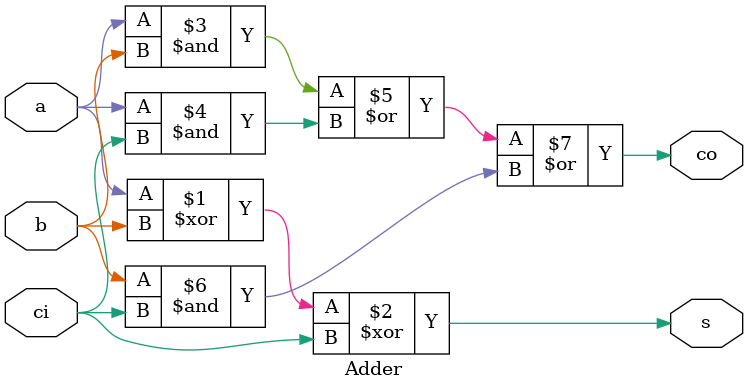
<source format=v>
module Adder (a, b, ci, s, co);

input a;
input b;
input ci;

output s;
output co;


assign s = a ^ b ^ ci;
assign co = (a & b) | (a & ci) | (b & ci);

endmodule

</source>
